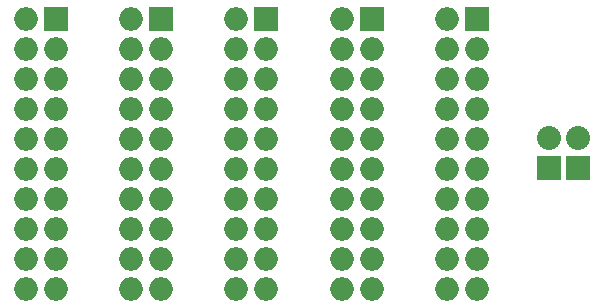
<source format=gbs>
G04 #@! TF.GenerationSoftware,KiCad,Pcbnew,(2017-01-20 revision 550a1ea)-makepkg*
G04 #@! TF.CreationDate,2017-01-21T19:12:54+01:00*
G04 #@! TF.ProjectId,dekada,64656B6164612E6B696361645F706362,rev?*
G04 #@! TF.FileFunction,Soldermask,Bot*
G04 #@! TF.FilePolarity,Negative*
%FSLAX46Y46*%
G04 Gerber Fmt 4.6, Leading zero omitted, Abs format (unit mm)*
G04 Created by KiCad (PCBNEW (2017-01-20 revision 550a1ea)-makepkg) date 01/21/17 19:12:54*
%MOMM*%
%LPD*%
G01*
G04 APERTURE LIST*
%ADD10C,0.050000*%
%ADD11O,2.000000X2.000000*%
%ADD12R,2.000000X2.000000*%
%ADD13O,2.032000X2.032000*%
%ADD14R,2.032000X2.032000*%
G04 APERTURE END LIST*
D10*
D11*
X-47755712Y-14161748D03*
X-45215712Y-14161748D03*
X-47755712Y-11621748D03*
X-45215712Y-11621748D03*
X-47755712Y-9081748D03*
X-45215712Y-9081748D03*
X-47755712Y-6541748D03*
X-45215712Y-6541748D03*
X-47755712Y-4001748D03*
X-45215712Y-4001748D03*
X-47755712Y-1461748D03*
X-45215712Y-1461748D03*
X-47755712Y1078252D03*
X-45215712Y1078252D03*
X-47755712Y3618252D03*
X-45215712Y3618252D03*
X-47755712Y6158252D03*
X-45215712Y6158252D03*
X-47755712Y8698252D03*
D12*
X-45215712Y8698252D03*
D13*
X-1000000Y-1379073D03*
D14*
X-1000000Y-3919073D03*
X-3484656Y-3909071D03*
D13*
X-3484656Y-1369071D03*
D11*
X-38855712Y-14161748D03*
X-36315712Y-14161748D03*
X-38855712Y-11621748D03*
X-36315712Y-11621748D03*
X-38855712Y-9081748D03*
X-36315712Y-9081748D03*
X-38855712Y-6541748D03*
X-36315712Y-6541748D03*
X-38855712Y-4001748D03*
X-36315712Y-4001748D03*
X-38855712Y-1461748D03*
X-36315712Y-1461748D03*
X-38855712Y1078252D03*
X-36315712Y1078252D03*
X-38855712Y3618252D03*
X-36315712Y3618252D03*
X-38855712Y6158252D03*
X-36315712Y6158252D03*
X-38855712Y8698252D03*
D12*
X-36315712Y8698252D03*
D11*
X-29955712Y-14161748D03*
X-27415712Y-14161748D03*
X-29955712Y-11621748D03*
X-27415712Y-11621748D03*
X-29955712Y-9081748D03*
X-27415712Y-9081748D03*
X-29955712Y-6541748D03*
X-27415712Y-6541748D03*
X-29955712Y-4001748D03*
X-27415712Y-4001748D03*
X-29955712Y-1461748D03*
X-27415712Y-1461748D03*
X-29955712Y1078252D03*
X-27415712Y1078252D03*
X-29955712Y3618252D03*
X-27415712Y3618252D03*
X-29955712Y6158252D03*
X-27415712Y6158252D03*
X-29955712Y8698252D03*
D12*
X-27415712Y8698252D03*
D11*
X-21055712Y-14161748D03*
X-18515712Y-14161748D03*
X-21055712Y-11621748D03*
X-18515712Y-11621748D03*
X-21055712Y-9081748D03*
X-18515712Y-9081748D03*
X-21055712Y-6541748D03*
X-18515712Y-6541748D03*
X-21055712Y-4001748D03*
X-18515712Y-4001748D03*
X-21055712Y-1461748D03*
X-18515712Y-1461748D03*
X-21055712Y1078252D03*
X-18515712Y1078252D03*
X-21055712Y3618252D03*
X-18515712Y3618252D03*
X-21055712Y6158252D03*
X-18515712Y6158252D03*
X-21055712Y8698252D03*
D12*
X-18515712Y8698252D03*
X-9615712Y8698252D03*
D11*
X-12155712Y8698252D03*
X-9615712Y6158252D03*
X-12155712Y6158252D03*
X-9615712Y3618252D03*
X-12155712Y3618252D03*
X-9615712Y1078252D03*
X-12155712Y1078252D03*
X-9615712Y-1461748D03*
X-12155712Y-1461748D03*
X-9615712Y-4001748D03*
X-12155712Y-4001748D03*
X-9615712Y-6541748D03*
X-12155712Y-6541748D03*
X-9615712Y-9081748D03*
X-12155712Y-9081748D03*
X-9615712Y-11621748D03*
X-12155712Y-11621748D03*
X-9615712Y-14161748D03*
X-12155712Y-14161748D03*
M02*

</source>
